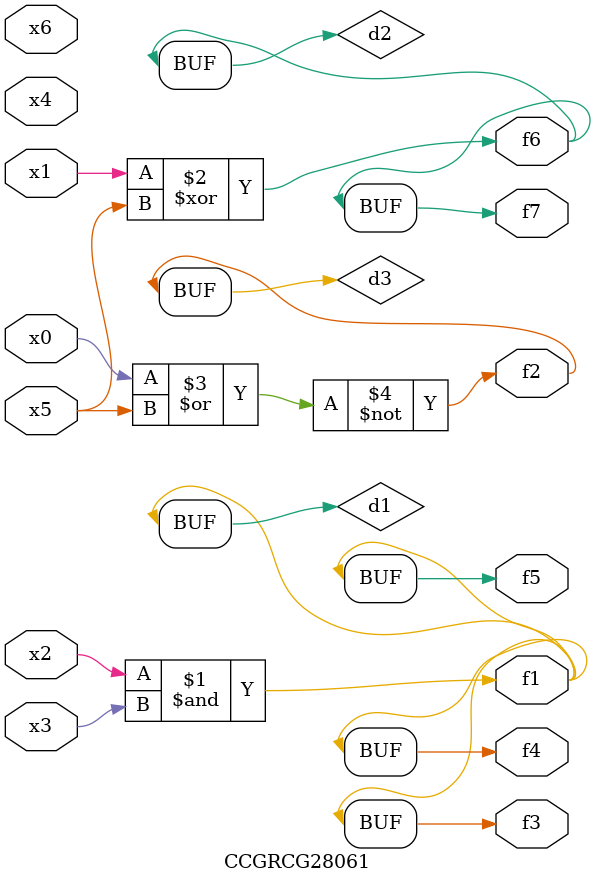
<source format=v>
module CCGRCG28061(
	input x0, x1, x2, x3, x4, x5, x6,
	output f1, f2, f3, f4, f5, f6, f7
);

	wire d1, d2, d3;

	and (d1, x2, x3);
	xor (d2, x1, x5);
	nor (d3, x0, x5);
	assign f1 = d1;
	assign f2 = d3;
	assign f3 = d1;
	assign f4 = d1;
	assign f5 = d1;
	assign f6 = d2;
	assign f7 = d2;
endmodule

</source>
